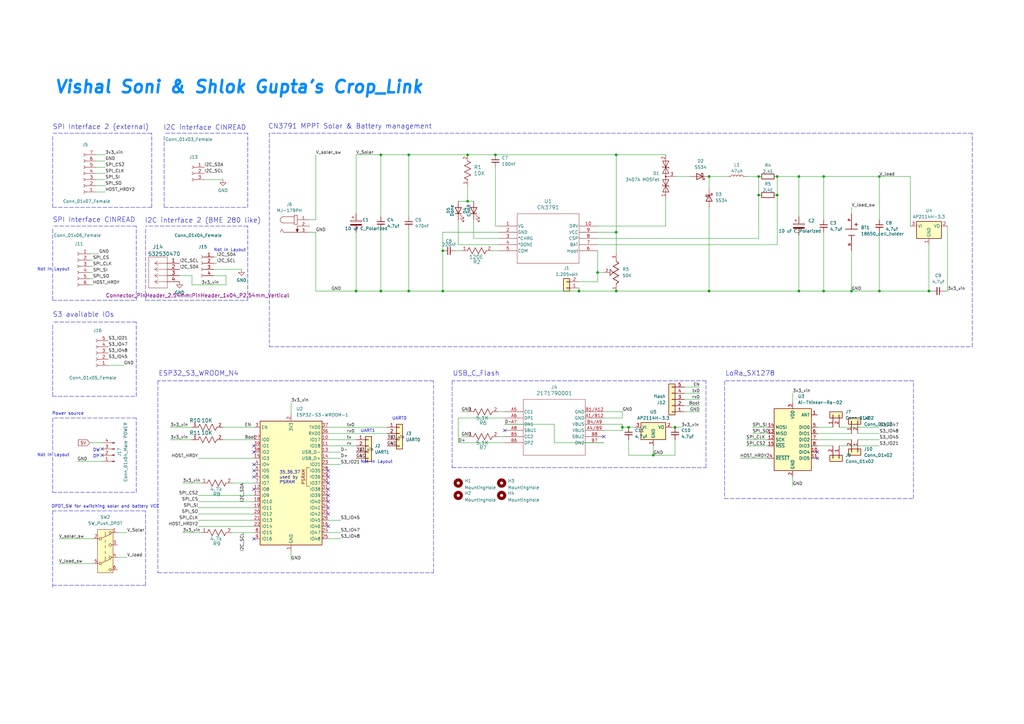
<source format=kicad_sch>
(kicad_sch (version 20250114) (generator "eeschema") (generator_version "9.0")
  (paper "A3")
  (title_block (title "Crop Link") (date "2025-11-14") (company "Replica ") (comment 1 "Ver1.2"))
  (text "UART0\n\n" (at 163.83 172.72 0) (effects (font (size 1.27 1.27))))
  (text "ESP32_S3_WROOM_N4" (at 65.024 154.432 0) (effects (font (size 2 2)) (justify left bottom)))
  (text "USB_C_Flash" (at 185.674 154.432 0) (effects (font (size 2 2)) (justify left bottom)))
  (text "35,36,37\nused by\nPSRAM" (at 114.554 198.628 0) (effects (font (size 1.27 1.27)) (justify left bottom)))
  (text "Not In Layout " (at 22.352 110.49 0) (effects (font (size 1.27 1.27))))
  (text "DP" (at 38.1 187.96 0) (effects (font (size 1.27 1.27)) (justify left bottom)))
  (text "S3 available IOs" (at 21.59 130.302 0) (effects (font (size 2 2)) (justify left bottom)))
  (text "Power source" (at 21.336 170.434 0) (effects (font (size 1.27 1.27)) (justify left bottom)))
  (text "SPI Interface CINREAD" (at 21.59 91.44 0) (effects (font (size 2 2)) (justify left bottom)))
  (text "Vishal Soni & Shlok Gupta's Crop_Link" (at 98.044 35.814 0) (effects (font (size 5.08 5.08) (thickness 1.016) (bold yes) (italic yes))))
  (text "Not In Layout " (at 94.742 102.616 0) (effects (font (size 1.27 1.27))))
  (text "CN3791 MPPT Solar & Battery management\n" (at 109.982 53.086 0) (effects (font (size 2 2)) (justify left bottom)))
  (text "Not In Layout " (at 154.94 189.484 0) (effects (font (size 1.27 1.27))))
  (text "DW" (at 38.1 185.42 0) (effects (font (size 1.27 1.27)) (justify left bottom)))
  (text "UART1\n" (at 150.876 176.784 0) (effects (font (size 1.27 1.27))))
  (text "SPI Interface 2 (external)" (at 21.59 53.34 0) (effects (font (size 2 2)) (justify left bottom)))
  (text "DPDT_SW for switching solar and battery VCC \n" (at 21.082 208.534 0) (effects (font (size 1.27 1.27)) (justify left bottom)))
  (text "I2C interface 2 (BME 280 like)" (at 59.436 91.694 0) (effects (font (size 2 2)) (justify left bottom)))
  (text "Not In Layout " (at 22.352 186.69 0) (effects (font (size 1.27 1.27))))
  (text "LoRa_SX1278\n" (at 297.434 154.432 0) (effects (font (size 2 2)) (justify left bottom)))
  (text "I2C interface CINREAD" (at 67.056 53.594 0) (effects (font (size 2 2)) (justify left bottom)))
  (junction (at 156.21 63.5))
  (junction (at 167.64 63.5))
  (junction (at 318.77 80.01))
  (junction (at 237.49 119.38))
  (junction (at 257.81 175.26))
  (junction (at 349.25 119.38))
  (junction (at 311.15 80.01))
  (junction (at 156.21 119.38))
  (junction (at 290.83 72.39))
  (junction (at 252.73 63.5))
  (junction (at 381 119.38))
  (junction (at 245.11 111.76))
  (junction (at 360.68 119.38))
  (junction (at 360.68 72.39))
  (junction (at 327.66 119.38))
  (junction (at 181.61 102.87))
  (junction (at 337.82 119.38))
  (junction (at 252.73 95.25))
  (junction (at 290.83 119.38))
  (junction (at 191.77 82.55))
  (junction (at 255.27 175.26))
  (junction (at 146.05 119.38))
  (junction (at 318.77 72.39))
  (junction (at 191.77 63.5))
  (junction (at 311.15 72.39))
  (junction (at 181.61 119.38))
  (junction (at 276.86 175.26))
  (junction (at 203.2 63.5))
  (junction (at 167.64 119.38))
  (junction (at 327.66 72.39))
  (junction (at 252.73 119.38))
  (junction (at 337.82 72.39))
  (junction (at 267.97 186.69))
  (no_connect (at 134.62 203.2))
  (no_connect (at 335.28 187.96))
  (no_connect (at 104.14 182.88))
  (no_connect (at 104.14 220.98))
  (no_connect (at 134.62 210.82))
  (no_connect (at 41.91 184.15))
  (no_connect (at 134.62 198.12))
  (no_connect (at 104.14 200.66))
  (no_connect (at 134.62 215.9))
  (no_connect (at 104.14 193.04))
  (no_connect (at 134.62 195.58))
  (no_connect (at 134.62 193.04))
  (no_connect (at 335.28 185.42))
  (no_connect (at 134.62 205.74))
  (no_connect (at 41.91 186.69))
  (no_connect (at 134.62 200.66))
  (no_connect (at 104.14 185.42))
  (no_connect (at 207.01 176.53))
  (no_connect (at 104.14 195.58))
  (no_connect (at 104.14 190.5))
  (no_connect (at 134.62 208.28))
  (no_connect (at 247.65 179.07))
  (wire (pts (xy 181.61 119.38) (xy 237.49 119.38)))
  (wire (pts (xy 267.97 182.88) (xy 267.97 186.69)))
  (polyline (pts (xy 297.18 204.47) (xy 374.65 204.47)) (stroke (width 0) (type dash)))
  (wire (pts (xy 129.54 95.25) (xy 129.54 119.38)))
  (wire (pts (xy 257.81 186.69) (xy 267.97 186.69)))
  (wire (pts (xy 318.77 72.39) (xy 327.66 72.39)))
  (wire (pts (xy 73.66 113.03) (xy 78.74 113.03)))
  (wire (pts (xy 245.11 115.57) (xy 237.49 115.57)))
  (wire (pts (xy 39.37 66.04) (xy 43.18 66.04)))
  (polyline (pts (xy 21.59 133.35) (xy 21.59 162.56)) (stroke (width 0) (type dash)))
  (wire (pts (xy 245.11 97.79) (xy 311.15 97.79)))
  (wire (pts (xy 245.11 111.76) (xy 247.65 111.76)))
  (wire (pts (xy 325.12 195.58) (xy 325.12 199.39)))
  (wire (pts (xy 38.1 116.84) (xy 36.83 116.84)))
  (polyline (pts (xy 21.59 201.93) (xy 55.88 201.93)) (stroke (width 0) (type dash)))
  (wire (pts (xy 156.21 63.5) (xy 156.21 88.9)))
  (wire (pts (xy 146.05 63.5) (xy 156.21 63.5)))
  (wire (pts (xy 273.05 81.28) (xy 273.05 92.71)))
  (polyline (pts (xy 101.6 92.71) (xy 59.69 92.71)) (stroke (width 0) (type dash)))
  (wire (pts (xy 337.82 72.39) (xy 337.82 90.17)))
  (wire (pts (xy 204.47 95.25) (xy 181.61 95.25)))
  (wire (pts (xy 167.64 93.98) (xy 167.64 119.38)))
  (wire (pts (xy 255.27 173.99) (xy 255.27 175.26)))
  (wire (pts (xy 81.28 213.36) (xy 104.14 213.36)))
  (wire (pts (xy 381 100.33) (xy 381 119.38)))
  (wire (pts (xy 74.93 218.44) (xy 82.55 218.44)))
  (wire (pts (xy 327.66 119.38) (xy 337.82 119.38)))
  (wire (pts (xy 335.28 175.26) (xy 341.63 175.26)))
  (wire (pts (xy 43.18 68.58) (xy 39.37 68.58)))
  (polyline (pts (xy 55.88 132.08) (xy 21.59 132.08)) (stroke (width 0) (type dash)))
  (wire (pts (xy 306.07 180.34) (xy 314.96 180.34)))
  (wire (pts (xy 186.69 102.87) (xy 189.23 102.87)))
  (wire (pts (xy 191.77 63.5) (xy 203.2 63.5)))
  (wire (pts (xy 290.83 85.09) (xy 290.83 119.38)))
  (polyline (pts (xy 67.31 55.88) (xy 67.31 85.09)) (stroke (width 0) (type dash)))
  (wire (pts (xy 252.73 63.5) (xy 252.73 95.25)))
  (wire (pts (xy 360.68 72.39) (xy 360.68 90.17)))
  (wire (pts (xy 91.44 180.34) (xy 104.14 180.34)))
  (wire (pts (xy 335.28 180.34) (xy 349.25 180.34)))
  (wire (pts (xy 287.02 163.83) (xy 280.67 163.83)))
  (polyline (pts (xy 55.88 201.93) (xy 55.88 171.45)) (stroke (width 0) (type dash)))
  (polyline (pts (xy 59.69 93.98) (xy 59.69 123.19)) (stroke (width 0) (type dash)))
  (wire (pts (xy 78.74 113.03) (xy 78.74 116.84)))
  (wire (pts (xy 245.11 102.87) (xy 245.11 111.76)))
  (wire (pts (xy 252.73 95.25) (xy 252.73 104.14)))
  (polyline (pts (xy 21.59 93.98) (xy 21.59 123.19)) (stroke (width 0) (type dash)))
  (wire (pts (xy 134.62 185.42) (xy 139.7 185.42)))
  (wire (pts (xy 191.77 76.2) (xy 191.77 82.55)))
  (wire (pts (xy 303.53 187.96) (xy 314.96 187.96)))
  (wire (pts (xy 81.28 208.28) (xy 104.14 208.28)))
  (polyline (pts (xy 21.59 171.45) (xy 21.59 201.93)) (stroke (width 0) (type dash)))
  (polyline (pts (xy 55.88 162.56) (xy 55.88 132.08)) (stroke (width 0) (type dash)))
  (wire (pts (xy 237.49 118.11) (xy 237.49 119.38)))
  (wire (pts (xy 38.1 114.3) (xy 36.83 114.3)))
  (wire (pts (xy 290.83 119.38) (xy 327.66 119.38)))
  (wire (pts (xy 287.02 168.91) (xy 280.67 168.91)))
  (wire (pts (xy 349.25 102.87) (xy 349.25 119.38)))
  (wire (pts (xy 119.38 226.06) (xy 119.38 229.87)))
  (wire (pts (xy 74.93 198.12) (xy 82.55 198.12)))
  (wire (pts (xy 360.68 95.25) (xy 360.68 119.38)))
  (wire (pts (xy 335.28 177.8) (xy 349.25 177.8)))
  (polyline (pts (xy 21.59 240.03) (xy 59.69 240.03)) (stroke (width 0) (type dash)))
  (wire (pts (xy 38.1 106.68) (xy 36.83 106.68)))
  (wire (pts (xy 387.35 119.38) (xy 388.62 119.38)))
  (wire (pts (xy 257.81 180.34) (xy 257.81 186.69)))
  (wire (pts (xy 204.47 92.71) (xy 203.2 92.71)))
  (wire (pts (xy 308.61 177.8) (xy 314.96 177.8)))
  (wire (pts (xy 311.15 97.79) (xy 311.15 80.01)))
  (polyline (pts (xy 297.18 156.21) (xy 297.18 204.47)) (stroke (width 0) (type dash)))
  (wire (pts (xy 187.96 171.45) (xy 187.96 181.61)))
  (polyline (pts (xy 398.78 142.24) (xy 398.78 54.61)) (stroke (width 0) (type dash)))
  (wire (pts (xy 287.02 166.37) (xy 280.67 166.37)))
  (wire (pts (xy 81.28 205.74) (xy 104.14 205.74)))
  (wire (pts (xy 344.17 175.26) (xy 360.68 175.26)))
  (wire (pts (xy 360.68 119.38) (xy 349.25 119.38)))
  (wire (pts (xy 187.96 90.17) (xy 187.96 100.33)))
  (wire (pts (xy 189.23 168.91) (xy 191.77 168.91)))
  (wire (pts (xy 134.62 190.5) (xy 139.7 190.5)))
  (wire (pts (xy 134.62 175.26) (xy 158.75 175.26)))
  (wire (pts (xy 69.85 175.26) (xy 78.74 175.26)))
  (wire (pts (xy 275.59 175.26) (xy 276.86 175.26)))
  (wire (pts (xy 337.82 72.39) (xy 360.68 72.39)))
  (wire (pts (xy 237.49 119.38) (xy 252.73 119.38)))
  (wire (pts (xy 245.11 111.76) (xy 245.11 115.57)))
  (polyline (pts (xy 21.59 209.55) (xy 21.59 241.3)) (stroke (width 0) (type dash)))
  (wire (pts (xy 255.27 175.26) (xy 257.81 175.26)))
  (wire (pts (xy 87.63 105.41) (xy 88.9 105.41)))
  (wire (pts (xy 287.02 158.75) (xy 280.67 158.75)))
  (wire (pts (xy 381 119.38) (xy 360.68 119.38)))
  (wire (pts (xy 204.47 168.91) (xy 207.01 168.91)))
  (polyline (pts (xy 67.31 85.09) (xy 101.6 85.09)) (stroke (width 0) (type dash)))
  (wire (pts (xy 181.61 95.25) (xy 181.61 102.87)))
  (wire (pts (xy 276.86 72.39) (xy 283.21 72.39)))
  (wire (pts (xy 257.81 175.26) (xy 260.35 175.26)))
  (wire (pts (xy 78.74 116.84) (xy 92.71 116.84)))
  (wire (pts (xy 388.62 92.71) (xy 388.62 119.38)))
  (wire (pts (xy 187.96 82.55) (xy 191.77 82.55)))
  (wire (pts (xy 36.83 104.14) (xy 40.64 104.14)))
  (wire (pts (xy 335.28 182.88) (xy 341.63 182.88)))
  (wire (pts (xy 88.9 107.95) (xy 87.63 107.95)))
  (polyline (pts (xy 59.69 209.55) (xy 21.59 209.55)) (stroke (width 0) (type dash)))
  (wire (pts (xy 48.26 218.44) (xy 52.07 218.44)))
  (polyline (pts (xy 101.6 54.61) (xy 67.31 54.61)) (stroke (width 0) (type dash)))
  (polyline (pts (xy 289.56 191.77) (xy 289.56 156.21)) (stroke (width 0) (type dash)))
  (polyline (pts (xy 21.59 123.19) (xy 55.88 123.19)) (stroke (width 0) (type dash)))
  (wire (pts (xy 127 90.17) (xy 129.54 90.17)))
  (wire (pts (xy 167.64 88.9) (xy 167.64 63.5)))
  (polyline (pts (xy 398.78 54.61) (xy 110.49 54.61)) (stroke (width 0) (type dash)))
  (wire (pts (xy 290.83 72.39) (xy 298.45 72.39)))
  (wire (pts (xy 252.73 119.38) (xy 290.83 119.38)))
  (wire (pts (xy 194.31 97.79) (xy 204.47 97.79)))
  (wire (pts (xy 349.25 85.09) (xy 349.25 87.63)))
  (wire (pts (xy 181.61 102.87) (xy 181.61 119.38)))
  (wire (pts (xy 36.83 181.61) (xy 41.91 181.61)))
  (wire (pts (xy 81.28 203.2) (xy 104.14 203.2)))
  (wire (pts (xy 276.86 186.69) (xy 276.86 180.34)))
  (wire (pts (xy 92.71 116.84) (xy 92.71 113.03)))
  (polyline (pts (xy 101.6 123.19) (xy 101.6 92.71)) (stroke (width 0) (type dash)))
  (polyline (pts (xy 374.65 204.47) (xy 374.65 156.21)) (stroke (width 0) (type dash)))
  (wire (pts (xy 207.01 173.99) (xy 227.33 173.99)))
  (wire (pts (xy 127 95.25) (xy 129.54 95.25)))
  (polyline (pts (xy 185.42 156.21) (xy 185.42 191.77)) (stroke (width 0) (type dash)))
  (wire (pts (xy 373.38 92.71) (xy 373.38 72.39)))
  (wire (pts (xy 203.2 68.58) (xy 203.2 92.71)))
  (wire (pts (xy 344.17 182.88) (xy 360.68 182.88)))
  (wire (pts (xy 204.47 179.07) (xy 207.01 179.07)))
  (wire (pts (xy 146.05 119.38) (xy 156.21 119.38)))
  (wire (pts (xy 187.96 181.61) (xy 207.01 181.61)))
  (wire (pts (xy 146.05 63.5) (xy 146.05 87.63)))
  (wire (pts (xy 134.62 187.96) (xy 139.7 187.96)))
  (wire (pts (xy 201.93 102.87) (xy 204.47 102.87)))
  (wire (pts (xy 87.63 110.49) (xy 99.06 110.49)))
  (polyline (pts (xy 62.23 54.61) (xy 21.59 54.61)) (stroke (width 0) (type dash)))
  (wire (pts (xy 327.66 72.39) (xy 337.82 72.39)))
  (wire (pts (xy 337.82 119.38) (xy 349.25 119.38)))
  (wire (pts (xy 24.13 231.14) (xy 38.1 231.14)))
  (wire (pts (xy 327.66 96.52) (xy 327.66 119.38)))
  (wire (pts (xy 95.25 218.44) (xy 104.14 218.44)))
  (polyline (pts (xy 101.6 85.09) (xy 101.6 54.61)) (stroke (width 0) (type dash)))
  (wire (pts (xy 318.77 72.39) (xy 318.77 80.01)))
  (wire (pts (xy 156.21 119.38) (xy 167.64 119.38)))
  (polyline (pts (xy 21.59 55.88) (xy 21.59 85.09)) (stroke (width 0) (type dash)))
  (wire (pts (xy 191.77 82.55) (xy 194.31 82.55)))
  (wire (pts (xy 129.54 90.17) (xy 129.54 63.5)))
  (wire (pts (xy 318.77 100.33) (xy 318.77 80.01)))
  (wire (pts (xy 308.61 175.26) (xy 314.96 175.26)))
  (wire (pts (xy 48.26 228.6) (xy 52.07 228.6)))
  (wire (pts (xy 167.64 119.38) (xy 181.61 119.38)))
  (wire (pts (xy 50.8 149.86) (xy 44.45 149.86)))
  (wire (pts (xy 134.62 218.44) (xy 139.7 218.44)))
  (wire (pts (xy 247.65 173.99) (xy 255.27 173.99)))
  (wire (pts (xy 252.73 63.5) (xy 273.05 63.5)))
  (wire (pts (xy 247.65 176.53) (xy 255.27 176.53)))
  (wire (pts (xy 255.27 168.91) (xy 255.27 171.45)))
  (polyline (pts (xy 289.56 156.21) (xy 185.42 156.21)) (stroke (width 0) (type dash)))
  (polyline (pts (xy 62.23 85.09) (xy 62.23 54.61)) (stroke (width 0) (type dash)))
  (wire (pts (xy 156.21 93.98) (xy 156.21 119.38)))
  (wire (pts (xy 245.11 92.71) (xy 273.05 92.71)))
  (wire (pts (xy 187.96 100.33) (xy 204.47 100.33)))
  (wire (pts (xy 134.62 177.8) (xy 158.75 177.8)))
  (wire (pts (xy 69.85 180.34) (xy 78.74 180.34)))
  (wire (pts (xy 373.38 72.39) (xy 360.68 72.39)))
  (wire (pts (xy 381 119.38) (xy 382.27 119.38)))
  (wire (pts (xy 207.01 171.45) (xy 187.96 171.45)))
  (wire (pts (xy 24.13 220.98) (xy 38.1 220.98)))
  (polyline (pts (xy 110.49 54.61) (xy 110.49 142.24)) (stroke (width 0) (type dash)))
  (wire (pts (xy 43.18 76.2) (xy 39.37 76.2)))
  (wire (pts (xy 134.62 180.34) (xy 146.05 180.34)))
  (polyline (pts (xy 21.59 85.09) (xy 62.23 85.09)) (stroke (width 0) (type dash)))
  (wire (pts (xy 134.62 220.98) (xy 139.7 220.98)))
  (wire (pts (xy 31.75 189.23) (xy 41.91 189.23)))
  (wire (pts (xy 38.1 109.22) (xy 36.83 109.22)))
  (wire (pts (xy 134.62 213.36) (xy 139.7 213.36)))
  (polyline (pts (xy 110.49 142.24) (xy 398.78 142.24)) (stroke (width 0) (type dash)))
  (wire (pts (xy 91.44 175.26) (xy 104.14 175.26)))
  (wire (pts (xy 227.33 181.61) (xy 247.65 181.61)))
  (wire (pts (xy 43.18 78.74) (xy 39.37 78.74)))
  (wire (pts (xy 119.38 165.1) (xy 119.38 170.18)))
  (polyline (pts (xy 185.42 191.77) (xy 289.56 191.77)) (stroke (width 0) (type dash)))
  (wire (pts (xy 81.28 210.82) (xy 104.14 210.82)))
  (wire (pts (xy 247.65 171.45) (xy 255.27 171.45)))
  (polyline (pts (xy 55.88 171.45) (xy 21.59 171.45)) (stroke (width 0) (type dash)))
  (wire (pts (xy 83.82 73.66) (xy 91.44 73.66)))
  (wire (pts (xy 267.97 186.69) (xy 276.86 186.69)))
  (wire (pts (xy 290.83 72.39) (xy 290.83 77.47)))
  (wire (pts (xy 39.37 63.5) (xy 43.18 63.5)))
  (wire (pts (xy 306.07 182.88) (xy 314.96 182.88)))
  (polyline (pts (xy 21.59 162.56) (xy 55.88 162.56)) (stroke (width 0) (type dash)))
  (wire (pts (xy 146.05 95.25) (xy 146.05 119.38)))
  (wire (pts (xy 351.79 177.8) (xy 360.68 177.8)))
  (wire (pts (xy 38.1 111.76) (xy 36.83 111.76)))
  (wire (pts (xy 255.27 175.26) (xy 255.27 176.53)))
  (wire (pts (xy 227.33 173.99) (xy 227.33 181.61)))
  (wire (pts (xy 167.64 63.5) (xy 191.77 63.5)))
  (wire (pts (xy 311.15 72.39) (xy 311.15 80.01)))
  (wire (pts (xy 203.2 63.5) (xy 252.73 63.5)))
  (polyline (pts (xy 64.77 234.95) (xy 177.8 234.95)) (stroke (width 0) (type dash)))
  (polyline (pts (xy 177.8 156.21) (xy 64.77 156.21)) (stroke (width 0) (type dash)))
  (wire (pts (xy 325.12 161.29) (xy 325.12 165.1)))
  (wire (pts (xy 287.02 161.29) (xy 280.67 161.29)))
  (wire (pts (xy 245.11 100.33) (xy 318.77 100.33)))
  (wire (pts (xy 43.18 71.12) (xy 39.37 71.12)))
  (wire (pts (xy 247.65 168.91) (xy 255.27 168.91)))
  (polyline (pts (xy 55.88 92.71) (xy 21.59 92.71)) (stroke (width 0) (type dash)))
  (wire (pts (xy 327.66 72.39) (xy 327.66 88.9)))
  (polyline (pts (xy 59.69 240.03) (xy 59.69 209.55)) (stroke (width 0) (type dash)))
  (polyline (pts (xy 64.77 156.21) (xy 64.77 234.95)) (stroke (width 0) (type dash)))
  (polyline (pts (xy 55.88 123.19) (xy 55.88 92.71)) (stroke (width 0) (type dash)))
  (polyline (pts (xy 59.69 123.19) (xy 101.6 123.19)) (stroke (width 0) (type dash)))
  (wire (pts (xy 81.28 215.9) (xy 104.14 215.9)))
  (wire (pts (xy 134.62 182.88) (xy 146.05 182.88)))
  (wire (pts (xy 194.31 90.17) (xy 194.31 97.79)))
  (wire (pts (xy 189.23 179.07) (xy 191.77 179.07)))
  (wire (pts (xy 95.25 198.12) (xy 104.14 198.12)))
  (wire (pts (xy 156.21 63.5) (xy 167.64 63.5)))
  (wire (pts (xy 245.11 95.25) (xy 252.73 95.25)))
  (wire (pts (xy 129.54 119.38) (xy 146.05 119.38)))
  (wire (pts (xy 306.07 72.39) (xy 311.15 72.39)))
  (wire (pts (xy 81.28 187.96) (xy 104.14 187.96)))
  (wire (pts (xy 337.82 95.25) (xy 337.82 119.38)))
  (wire (pts (xy 351.79 180.34) (xy 360.68 180.34)))
  (polyline (pts (xy 177.8 234.95) (xy 177.8 156.21)) (stroke (width 0) (type dash)))
  (wire (pts (xy 276.86 175.26) (xy 279.4 175.26)))
  (wire (pts (xy 92.71 113.03) (xy 87.63 113.03)))
  (wire (pts (xy 43.18 73.66) (xy 39.37 73.66)))
  (polyline (pts (xy 374.65 156.21) (xy 297.18 156.21)) (stroke (width 0) (type dash)))
  (label "EN" (at 100.33 175.26 0))
  (label "V_load" (at 360.68 72.39 0))
  (label "S3_IO47" (at 139.7 218.44 0))
  (label "S3_IO45" (at 139.7 213.36 0))
  (label "Boot" (at 287.02 166.37 180))
  (label "GND" (at 158.75 182.88 0))
  (label "V_solar_sw" (at 129.54 63.5 0))
  (label "3v3_vin" (at 388.62 119.38 0))
  (label "3v3_vin" (at 74.93 218.44 0))
  (label "SPI_SI" (at 38.1 111.76 0))
  (label "S3_IO21" (at 139.7 190.5 0))
  (label "3v3_vin" (at 158.75 180.34 0))
  (label "3v3_vin" (at 43.18 63.5 0))
  (label "rx" (at 142.24 182.88 0))
  (label "I2C_SDA" (at 83.82 68.58 0))
  (label "tx0" (at 142.24 175.26 0))
  (label "SPI_SO" (at 43.18 76.2 0))
  (label "SPI_CLK" (at 38.1 109.22 0))
  (label "GND" (at 325.12 199.39 0))
  (label "tx0" (at 287.02 161.29 180))
  (label "S3_IO48" (at 139.7 220.98 0))
  (label "SPI_SO" (at 38.1 114.3 0))
  (label "3v3_vin" (at 82.55 116.84 0))
  (label "GND" (at 189.23 168.91 0))
  (label "3v3_vin" (at 279.4 175.26 0))
  (label "SPI_CS" (at 38.1 106.68 0))
  (label "" (at 146.05 101.6 0))
  (label "S3_IO21" (at 44.45 139.7 0))
  (label "HOST_HRDY" (at 81.28 187.96 180))
  (label "GND" (at 287.02 168.91 180))
  (label "D+" (at 187.96 181.61 0))
  (label "S3_IO45" (at 44.45 147.32 0))
  (label "I2C_SDA" (at 88.9 105.41 0))
  (label "SPI_CLK" (at 81.28 213.36 180))
  (label "V_load" (at 52.07 228.6 0))
  (label "V_load_sw" (at 349.25 85.09 0))
  (label "SPI_CS" (at 81.28 205.74 180))
  (label "SPI_SI" (at 43.18 73.66 0))
  (label "rx0" (at 142.24 177.8 0))
  (label "S3_IO45" (at 360.68 180.34 0))
  (label "S3_IO47" (at 360.68 175.26 0))
  (label "3v3_vin" (at 119.38 165.1 0))
  (label "3v3_vin" (at 69.85 180.34 0))
  (label "GND" (at 135.89 119.38 0))
  (label "3v3_vin" (at 146.05 185.42 0))
  (label "D-" (at 207.01 173.99 0))
  (label "SPI_SO" (at 308.61 177.8 0))
  (label "EN" (at 287.02 158.75 180))
  (label "SPI_CS2" (at 306.07 182.88 0))
  (label "V_Solar" (at 146.05 63.5 0))
  (label "SPI_SO" (at 81.28 210.82 180))
  (label "D-" (at 139.7 185.42 0))
  (label "GND" (at 267.97 186.69 0))
  (label "I2C_SCL" (at 88.9 107.95 0))
  (label "GND" (at 146.05 187.96 0))
  (label "HOST_HRDY" (at 38.1 116.84 0))
  (label "GND" (at 129.54 95.25 0))
  (label "S3_IO48" (at 360.68 177.8 0))
  (label "GND" (at 43.18 66.04 0))
  (label "GND" (at 40.64 104.14 0))
  (label "S3_IO21" (at 360.68 182.88 0))
  (label "I2C_SCL" (at 100.33 218.44 270))
  (label "rx0" (at 287.02 163.83 180))
  (label "SPI_CS2" (at 81.28 203.2 180))
  (label "SPI_SI" (at 308.61 175.26 0))
  (label "GND" (at 255.27 168.91 0))
  (label "GND" (at 119.38 229.87 0))
  (label "3v3_vin" (at 325.12 161.29 0))
  (label "V_Solar" (at 52.07 218.44 0))
  (label "3v3_vin" (at 69.85 175.26 0))
  (label "S3_IO48" (at 44.45 144.78 0))
  (label "GND" (at 349.25 119.38 0))
  (label "SPI_CLK" (at 43.18 71.12 0))
  (label "GND" (at 189.23 179.07 0))
  (label "HOST_HRDY2" (at 81.28 215.9 180))
  (label "" (at 349.25 72.39 0))
  (label "GND" (at 50.8 149.86 0))
  (label "V_load_sw" (at 24.13 231.14 0))
  (label "3v3_vin" (at 74.93 198.12 0))
  (label "I2C_SCL" (at 73.66 107.95 0))
  (label "S3_IO47" (at 44.45 142.24 0))
  (label "I2C_SDA" (at 73.66 110.49 0))
  (label "I2C_SDA" (at 100.33 198.12 270))
  (label "Boot" (at 100.33 180.34 0))
  (label "GND" (at 31.75 189.23 0))
  (label "SPI_CS2" (at 43.18 68.58 0))
  (label "D+" (at 139.7 187.96 0))
  (label "HOST_HRDY2" (at 43.18 78.74 0))
  (label "SPI_CLK" (at 306.07 180.34 0))
  (label "SPI_SI" (at 81.28 208.28 180))
  (label "I2C_SCL" (at 83.82 71.12 0))
  (label "V_solar_sw" (at 24.13 220.98 0))
  (label "HOST_HRDY2" (at 303.53 187.96 0))
  (label "tx" (at 142.24 180.34 0))
  (global_label "5V" (shape input) (at 36.83 181.61 180) (property "Intersheetrefs" "${INTERSHEET_REFS}" (effects (hide yes))))
  (symbol (lib_id "Device:C_Small") (at 337.82 92.71 0) (unit 1)
    (property "Reference" "C3" (at 340.36 91.4462 0) (effects (justify left)))
    (property "Value" "4.7uf" (at 340.36 93.9862 0) (effects (justify left)))
    (property "Footprint" "Capacitor_SMD:C_0603_1608Metric" (effects (hide yes)))
    (property "Description" "Unpolarized capacitor, small symbol" (effects (hide yes)))
  )
  (symbol (lib_id "cn3763:CN3763") (at 204.47 92.71 0) (unit 1)
    (property "Reference" "U1" (at 224.79 82.55 0) (effects (font (size 1.524 1.524))))
    (property "Value" "CN3791" (at 224.79 85.09 0) (effects (font (size 1.524 1.524))))
    (property "Footprint" "LoRa_Link:cn3763A" (effects (hide yes)))
    (property "Datasheet" "CN3763" (effects (hide yes)))
  )
  (symbol (lib_id "R_0603:ERJPA3F1803V") (at 191.77 168.91 0) (unit 1)
    (property "Reference" "R6" (at 198.12 173.482 0) (effects (font (size 1.524 1.524))))
    (property "Value" "5.1K" (at 197.866 171.45 0) (effects (font (size 1.524 1.524))))
    (property "Footprint" "Resistor_SMD:R_0603_1608Metric_Pad0.98x0.95mm_HandSolder" (effects (hide yes)))
    (property "Datasheet" "ERJPA3F1803V" (effects (hide yes)))
  )
  (symbol (lib_id "Device:C_Small") (at 184.15 102.87 90) (unit 1)
    (property "Reference" "C6" (at 184.15 98.806 90))
    (property "Value" "220nf" (at 184.15 100.33 90))
    (property "Footprint" "Capacitor_SMD:C_0603_1608Metric" (effects (hide yes)))
    (property "Description" "Unpolarized capacitor, small symbol" (effects (hide yes)))
  )
  (symbol (lib_id "R_0603:ERJPA3F1803V") (at 191.77 76.2 90) (unit 1)
    (property "Reference" "R1" (at 194.31 68.5799 90) (effects (font (size 1.524 1.524)) (justify right)))
    (property "Value" "10K" (at 194.31 71.1199 90) (effects (font (size 1.524 1.524)) (justify right)))
    (property "Footprint" "Resistor_SMD:R_0603_1608Metric_Pad0.98x0.95mm_HandSolder" (effects (hide yes)))
    (property "Datasheet" "ERJPA3F1803V" (effects (hide yes)))
  )
  (symbol (lib_id "Device:C_Polarized") (at 327.66 92.71 0) (unit 1)
    (property "Reference" "C2" (at 331.47 90.5509 0) (effects (justify left)))
    (property "Value" "10 uf C_Polarized" (at 319.278 94.742 0) (effects (justify left)))
    (property "Footprint" "Capacitor_SMD:CP_Elec_4x5.4" (effects (hide yes)))
    (property "Description" "Polarized capacitor" (effects (hide yes)))
  )
  (symbol (lib_id "Device:C_Small") (at 257.81 177.8 0) (unit 1)
    (property "Reference" "C11" (at 260.35 176.5362 0) (effects (justify left)))
    (property "Value" "4.7uf" (at 260.35 179.0762 0) (effects (justify left)))
    (property "Footprint" "Capacitor_SMD:C_0603_1608Metric" (effects (hide yes)))
    (property "Description" "Unpolarized capacitor, small symbol" (effects (hide yes)))
  )
  (symbol (lib_id "Connector:Conn_01x03_Female") (at 78.74 71.12 0) (mirror y) (unit 1)
    (property "Reference" "J13" (at 79.375 64.423 0))
    (property "Value" "Conn_01x03_Female" (at 77.47 57.15 0))
    (property "Footprint" "Connector_PinHeader_2.54mm:PinHeader_1x03_P2.54mm_Vertical" (effects (hide yes)))
  )
  (symbol (lib_id "Diode:SS34") (at 290.83 81.28 270) (unit 1)
    (property "Reference" "D3" (at 293.37 79.6924 90) (effects (justify left)))
    (property "Value" "SS34" (at 293.37 82.2324 90) (effects (justify left)))
    (property "Footprint" "Diode_SMD:D_SMA" (effects (hide yes)))
    (property "Datasheet" "https://www.vishay.com/docs/88751/ss32.pdf" (effects (hide yes)))
    (property "Description" "40V 3A Schottky Diode, SMA" (effects (hide yes)))
  )
  (symbol (lib_id "R_0603:ERJPA3F1803V") (at 82.55 218.44 0) (unit 1)
    (property "Reference" "R9" (at 88.9 223.012 0) (effects (font (size 1.524 1.524))))
    (property "Value" "4.7k" (at 88.646 220.98 0) (effects (font (size 1.524 1.524))))
    (property "Footprint" "Resistor_SMD:R_0603_1608Metric_Pad0.98x0.95mm_HandSolder" (effects (hide yes)))
    (property "Datasheet" "ERJPA3F1803V" (effects (hide yes)))
  )
  (symbol (lib_id "power:GND") (at 73.66 115.57 0) (unit 1)
    (property "Reference" "#PWR0107" (effects (hide yes)))
    (property "Value" "GND" (at 73.66 120.0134 0))
  )
  (symbol (lib_id "Device:R") (at 314.96 72.39 90) (unit 1)
    (property "Reference" "R4" (at 314.96 67.818 90))
    (property "Value" "2.4E" (at 314.96 70.358 90))
    (property "Footprint" "Resistor_THT:R_Axial_DIN0204_L3.6mm_D1.6mm_P5.08mm_Horizontal" (effects (hide yes)))
    (property "Description" "Resistor" (effects (hide yes)))
  )
  (symbol (lib_id "Mechanical:MountingHole") (at 187.96 203.2 0) (unit 1)
    (property "Reference" "H2" (at 190.5 202.2915 0) (effects (justify left)))
    (property "Value" "MountingHole" (at 190.5 205.0666 0) (effects (justify left)))
    (property "Footprint" "MountingHole:MountingHole_2.5mm" (effects (hide yes)))
  )
  (symbol (lib_id "power:GND") (at 91.44 73.66 0) (unit 1)
    (property "Reference" "#PWR023" (effects (hide yes)))
    (property "Value" "GND" (at 91.44 78.1034 0))
  )
  (symbol (lib_id "Connector_Generic:Conn_01x02") (at 232.41 118.11 180) (unit 1)
    (property "Reference" "J1" (at 232.41 109.982 0))
    (property "Value" "1.205volt" (at 232.41 112.522 0))
    (property "Footprint" "Connector_PinHeader_2.54mm:PinHeader_1x02_P2.54mm_Vertical" (effects (hide yes)))
    (property "Description" "Generic connector, single row, 01x02, script generated (kicad-library-utils/schlib/autogen/connector/)" (effects (hide yes)))
  )
  (symbol (lib_id "Connector_Generic:Conn_01x04") (at 151.13 182.88 0) (unit 1)
    (property "Reference" "J2" (at 153.67 182.8799 0) (effects (justify left)))
    (property "Value" "UART1" (at 153.67 185.4199 0) (effects (justify left)))
    (property "Footprint" "Connector_PinHeader_2.54mm:PinHeader_1x04_P2.54mm_Vertical" (effects (hide yes)))
    (property "Description" "Generic connector, single row, 01x04, script generated (kicad-library-utils/schlib/autogen/connector/)" (effects (hide yes)))
  )
  (symbol (lib_id "R_0603:ERJPA3F1803V") (at 78.74 175.26 0) (unit 1)
    (property "Reference" "R10" (at 80.01 172.466 0) (effects (font (size 1.524 1.524))))
    (property "Value" "10K" (at 84.836 172.466 0) (effects (font (size 1.524 1.524))))
    (property "Footprint" "Resistor_SMD:R_0603_1608Metric_Pad0.98x0.95mm_HandSolder" (effects (hide yes)))
    (property "Datasheet" "ERJPA3F1803V" (effects (hide yes)))
  )
  (symbol (lib_id "Device:C_Small") (at 167.64 91.44 0) (unit 1)
    (property "Reference" "C5" (at 170.18 90.1762 0) (effects (justify left)))
    (property "Value" "470nf" (at 170.18 92.7162 0) (effects (justify left)))
    (property "Footprint" "Capacitor_SMD:C_0603_1608Metric" (effects (hide yes)))
    (property "Description" "Unpolarized capacitor, small symbol" (effects (hide yes)))
  )
  (symbol (lib_id "Connector_Generic:Conn_01x04") (at 163.83 177.8 0) (unit 1)
    (property "Reference" "J3" (at 166.37 177.7999 0) (effects (justify left)))
    (property "Value" "UART0" (at 166.37 180.3399 0) (effects (justify left)))
    (property "Footprint" "Connector_PinHeader_2.54mm:PinHeader_1x04_P2.54mm_Vertical" (effects (hide yes)))
    (property "Description" "Generic connector, single row, 01x04, script generated (kicad-library-utils/schlib/autogen/connector/)" (effects (hide yes)))
  )
  (symbol (lib_id "Device:LED") (at 194.31 86.36 90) (unit 1)
    (property "Reference" "D4" (at 190.754 86.36 0))
    (property "Value" "CHAR" (at 192.278 86.36 0))
    (property "Footprint" "LED_SMD:LED_0603_1608Metric_Pad1.05x0.95mm_HandSolder" (effects (hide yes)))
    (property "Description" "Light emitting diode" (effects (hide yes)))
    (property "Sim.Pins" "1=K 2=A" (effects (hide yes)))
  )
  (symbol (lib_id "USB_C_Type:2171790001") (at 207.01 168.91 0) (unit 1)
    (property "Reference" "J4" (at 227.33 158.75 0) (effects (font (size 1.524 1.524))))
    (property "Value" "2171790001" (at 227.33 161.29 0) (effects (font (size 1.524 1.524))))
    (property "Footprint" "Connector_USB:USB_C_Receptacle_GCT_USB4105-xx-A_16P_TopMnt_Horizontal" (effects (hide yes)))
    (property "Datasheet" "https://www.molex.com/en-us/products/part-detail-pdf/2171790001?display=pdf" (effects (hide yes)))
  )
  (symbol (lib_id "Connector:Conn_01x06_Female") (at 31.75 109.22 0) (mirror y) (unit 1)
    (property "Reference" "J11" (at 32.385 99.983 0))
    (property "Value" "Conn_01x06_Female" (at 31.75 96.52 0))
    (property "Footprint" "Connector_PinHeader_2.54mm:PinHeader_1x06_P2.54mm_Vertical" (effects (hide yes)))
  )
  (symbol (lib_id "Mechanical:MountingHole") (at 205.74 198.12 0) (unit 1)
    (property "Reference" "H3" (at 208.28 197.2115 0) (effects (justify left)))
    (property "Value" "MountingHole" (at 208.28 199.9866 0) (effects (justify left)))
    (property "Footprint" "MountingHole:MountingHole_2.5mm" (effects (hide yes)))
  )
  (symbol (lib_id "Diode:SM712_SOT23") (at 273.05 72.39 90) (unit 1)
    (property "Reference" "D1" (at 270.51 71.1199 90) (effects (justify left)))
    (property "Value" "3407A MOSFet" (at 270.51 73.6599 90) (effects (justify left)))
    (property "Footprint" "Package_TO_SOT_SMD:SOT-23" (effects (hide yes)))
    (property "Datasheet" "https://www.littelfuse.com/~/media/electronics/datasheets/tvs_diode_arrays/littelfuse_tvs_diode_array_sm712_datasheet.pdf.pdf" (effects (hide yes)))
    (property "Description" "7V/12V, 600W Asymmetrical TVS Diode Array, SOT-23" (effects (hide yes)))
  )
  (symbol (lib_id "Connector_Generic:Conn_01x02") (at 344.17 187.96 270) (unit 1)
    (property "Reference" "J8" (at 346.71 186.6899 90) (effects (justify left)))
    (property "Value" "Conn_01x02" (at 346.71 189.2299 90) (effects (justify left)))
    (property "Footprint" "Capacitor_SMD:C_0201_0603Metric" (effects (hide yes)))
    (property "Description" "Generic connector, single row, 01x02, script generated (kicad-library-utils/schlib/autogen/connector/)" (effects (hide yes)))
  )
  (symbol (lib_id "Switch:SW_Push_DPDT") (at 43.18 226.06 0) (unit 1)
    (property "Reference" "SW2" (at 43.18 212.09 0))
    (property "Value" "SW_Push_DPDT" (at 43.18 214.63 0))
    (property "Footprint" "Button_Switch_THT:DPDT_switch_angled" (effects (hide yes)))
    (property "Description" "Momentary Switch, dual pole double throw" (effects (hide yes)))
  )
  (symbol (lib_id "MOLEX-I2C-532530470:532530470") (at 73.66 107.95 0) (mirror y) (unit 1)
    (property "Reference" "J14" (at 64.77 101.2624 0) (effects (font (size 1.524 1.524))))
    (property "Value" "532530470" (at 67.31 104.14 0) (effects (font (size 1.524 1.524))))
    (property "Footprint" "Connector_PinHeader_2.54mm:PinHeader_1x04_P2.54mm_Vertical" (at 81.026 121.158 0) (effects (font (size 1.524 1.524))))
  )
  (symbol (lib_id "Device:C_Small") (at 156.21 91.44 0) (unit 1)
    (property "Reference" "C4" (at 158.75 90.1762 0) (effects (justify left)))
    (property "Value" "4.7uf" (at 158.75 92.7162 0) (effects (justify left)))
    (property "Footprint" "Capacitor_SMD:C_0603_1608Metric" (effects (hide yes)))
    (property "Description" "Unpolarized capacitor, small symbol" (effects (hide yes)))
  )
  (symbol (lib_id "18650_cell_holder:1042P") (at 349.25 95.25 270) (unit 1)
    (property "Reference" "BT1" (at 353.06 93.3449 90) (effects (justify left)))
    (property "Value" "18650_cell_holder" (at 353.06 95.8849 90) (effects (justify left)))
    (property "Footprint" "LoRa_Link:18650_cell_holder" (effects (hide yes)))
    (property "MF" "Keystone Electronics" (effects (hide yes)))
    (property "MAXIMUM_PACKAGE_HEIGHT" "15.11mm" (effects (hide yes)))
    (property "Package" "None" (effects (hide yes)))
    (property "Price" "None" (effects (hide yes)))
    (property "Check_prices" "https://www.snapeda.com/parts/1042P/Keystone/view-part/?ref=eda" (effects (hide yes)))
    (property "STANDARD" "Manufacturer Recommendations" (effects (hide yes)))
    (property "PARTREV" "E" (effects (hide yes)))
    (property "SnapEDA_Link" "https://www.snapeda.com/parts/1042P/Keystone/view-part/?ref=snap" (effects (hide yes)))
    (property "MP" "1042P" (effects (hide yes)))
    (property "Description_1" "SMT Polarized Battery Holder for 18650 Battery | Keystone Electronics 1042P" (effects (hide yes)))
    (property "SNAPEDA_PN" "1042" (effects (hide yes)))
    (property "Availability" "In Stock" (effects (hide yes)))
    (property "MANUFACTURER" "Keystone" (effects (hide yes)))
  )
  (symbol (lib_id "Connector_Generic:Conn_01x02") (at 349.25 172.72 90) (unit 1)
    (property "Reference" "J9" (at 354.33 171.4499 90) (effects (justify right)))
    (property "Value" "Conn_01x02" (at 354.33 173.9899 90) (effects (justify right)))
    (property "Footprint" "Capacitor_SMD:C_0201_0603Metric" (effects (hide yes)))
    (property "Description" "Generic connector, single row, 01x02, script generated (kicad-library-utils/schlib/autogen/connector/)" (effects (hide yes)))
  )
  (symbol (lib_id "Connector_Generic:Conn_01x05") (at 275.59 163.83 180) (unit 1)
    (property "Reference" "J12" (at 273.05 165.1001 0) (effects (justify left)))
    (property "Value" "flash" (at 273.05 162.5601 0) (effects (justify left)))
    (property "Footprint" "Connector_PinHeader_2.54mm:PinHeader_1x05_P2.54mm_Vertical" (effects (hide yes)))
    (property "Description" "Generic connector, single row, 01x05, script generated (kicad-library-utils/schlib/autogen/connector/)" (effects (hide yes)))
  )
  (symbol (lib_id "R_0603:ERJPA3F1803V") (at 82.55 198.12 0) (unit 1)
    (property "Reference" "R8" (at 88.9 202.692 0) (effects (font (size 1.524 1.524))))
    (property "Value" "4.7k" (at 88.646 200.66 0) (effects (font (size 1.524 1.524))))
    (property "Footprint" "Resistor_SMD:R_0603_1608Metric_Pad0.98x0.95mm_HandSolder" (effects (hide yes)))
    (property "Datasheet" "ERJPA3F1803V" (effects (hide yes)))
  )
  (symbol (lib_id "Device:R") (at 314.96 80.01 90) (unit 1)
    (property "Reference" "R5" (at 314.96 75.438 90))
    (property "Value" "2.4E" (at 314.96 77.978 90))
    (property "Footprint" "Resistor_THT:R_Axial_DIN0204_L3.6mm_D1.6mm_P5.08mm_Horizontal" (effects (hide yes)))
    (property "Description" "Resistor" (effects (hide yes)))
  )
  (symbol (lib_id "R_0603:ERJPA3F1803V") (at 189.23 102.87 0) (unit 1)
    (property "Reference" "R2" (at 195.58 107.442 0) (effects (font (size 1.524 1.524))))
    (property "Value" "120E" (at 195.326 105.41 0) (effects (font (size 1.524 1.524))))
    (property "Footprint" "Resistor_SMD:R_0603_1608Metric_Pad0.98x0.95mm_HandSolder" (effects (hide yes)))
    (property "Datasheet" "ERJPA3F1803V" (effects (hide yes)))
  )
  (symbol (lib_id "Connector_Generic:Conn_01x02") (at 341.63 170.18 90) (unit 1)
    (property "Reference" "J7" (at 346.71 168.9099 90) (effects (justify right)))
    (property "Value" "Conn_01x02" (at 346.71 171.4499 90) (effects (justify right)))
    (property "Footprint" "Capacitor_SMD:C_0201_0603Metric" (effects (hide yes)))
    (property "Description" "Generic connector, single row, 01x02, script generated (kicad-library-utils/schlib/autogen/connector/)" (effects (hide yes)))
  )
  (symbol (lib_id "R_0603:ERJPA3F1803V") (at 191.77 179.07 0) (unit 1)
    (property "Reference" "R7" (at 198.12 183.642 0) (effects (font (size 1.524 1.524))))
    (property "Value" "5.1K" (at 197.866 181.61 0) (effects (font (size 1.524 1.524))))
    (property "Footprint" "Resistor_SMD:R_0603_1608Metric_Pad0.98x0.95mm_HandSolder" (effects (hide yes)))
    (property "Datasheet" "ERJPA3F1803V" (effects (hide yes)))
  )
  (symbol (lib_id "Connector:Conn_01x04_Male") (at 46.99 186.69 180) (unit 1)
    (property "Reference" "J17" (at 48.9696 185.42 90))
    (property "Value" "Conn_01x04_Male POWER" (at 51.5065 185.42 90))
    (property "Footprint" "Connector_PinHeader_2.54mm:PinHeader_1x04_P2.54mm_Vertical" (effects (hide yes)))
  )
  (symbol (lib_id "Mechanical:MountingHole") (at 205.74 203.2 0) (unit 1)
    (property "Reference" "H4" (at 208.28 202.2915 0) (effects (justify left)))
    (property "Value" "MountingHole" (at 208.28 205.0666 0) (effects (justify left)))
    (property "Footprint" "MountingHole:MountingHole_2.5mm" (effects (hide yes)))
  )
  (symbol (lib_id "Regulator_Linear:AMS1117-3.3") (at 267.97 175.26 0) (unit 1)
    (property "Reference" "U5" (at 267.97 168.91 0))
    (property "Value" "AP2114H-3.3" (at 267.97 171.45 0))
    (property "Footprint" "Package_TO_SOT_SMD:SOT-223-3_TabPin2" (effects (hide yes)))
    (property "Datasheet" "http://www.advanced-monolithic.com/pdf/ds1117.pdf" (effects (hide yes)))
    (property "Description" "1A Low Dropout regulator, positive, 3.3V fixed output, SOT-223" (effects (hide yes)))
  )
  (symbol (lib_id "Device:C_Polarized") (at 146.05 91.44 0) (unit 1)
    (property "Reference" "C1" (at 148.59 90.17 0) (effects (justify left)))
    (property "Value" "10 uf C_Polarized" (at 141.478 93.726 0) (effects (justify left)))
    (property "Footprint" "Capacitor_SMD:CP_Elec_4x5.4" (effects (hide yes)))
    (property "Description" "Polarized capacitor" (effects (hide yes)))
  )
  (symbol (lib_id "50K_preset:3296Y-1-103LF") (at 252.73 111.76 90) (unit 1)
    (property "Reference" "R3" (at 255.27 110.4899 90) (effects (justify right)))
    (property "Value" "50K" (at 255.27 113.0299 90) (effects (justify right)))
    (property "Footprint" "LoRa_Link:50K_preset" (effects (hide yes)))
    (property "MF" "Bourns Electronics" (effects (hide yes)))
    (property "MAXIMUM_PACKAGE_HEIGHT" "11.8mm" (effects (hide yes)))
    (property "Package" "3296Y-3 Bourns" (effects (hide yes)))
    (property "Price" "None" (effects (hide yes)))
    (property "Check_prices" "https://www.snapeda.com/parts/3296Y1103LF/Bourns/view-part/?ref=eda" (effects (hide yes)))
    (property "STANDARD" "Manufacturer Recommendations" (effects (hide yes)))
    (property "PARTREV" "08/19" (effects (hide yes)))
    (property "SnapEDA_Link" "https://www.snapeda.com/parts/3296Y1103LF/Bourns/view-part/?ref=snap" (effects (hide yes)))
    (property "MP" "3296Y1103LF" (effects (hide yes)))
    (property "Description_1" "Res Cermet Trimmer 10K Ohm 10% 0.5W(1/2W) 25(Elec)Turns 2.19mm (9.53 X 4.83 X 11.55mm) Pin Thru-Hole Tube" (effects (hide yes)))
    (property "Availability" "In Stock" (effects (hide yes)))
    (property "MANUFACTURER" "Bourns" (effects (hide yes)))
  )
  (symbol (lib_id "Mechanical:MountingHole") (at 187.96 198.12 0) (unit 1)
    (property "Reference" "H1" (at 190.5 197.2115 0) (effects (justify left)))
    (property "Value" "MountingHole" (at 190.5 199.9866 0) (effects (justify left)))
    (property "Footprint" "MountingHole:MountingHole_2.5mm" (effects (hide yes)))
  )
  (symbol (lib_id "Diode:SS34") (at 287.02 72.39 180) (unit 1)
    (property "Reference" "D2" (at 287.3375 66.04 0))
    (property "Value" "SS34" (at 287.3375 68.58 0))
    (property "Footprint" "Diode_SMD:D_SMA" (effects (hide yes)))
    (property "Datasheet" "https://www.vishay.com/docs/88751/ss32.pdf" (effects (hide yes)))
    (property "Description" "40V 3A Schottky Diode, SMA" (effects (hide yes)))
  )
  (symbol (lib_id "Device:C_Small") (at 384.81 119.38 270) (unit 1)
    (property "Reference" "C9" (at 384.8036 113.03 90))
    (property "Value" "4.7uf" (at 384.8036 115.57 90))
    (property "Footprint" "Capacitor_SMD:C_0603_1608Metric" (effects (hide yes)))
    (property "Description" "Unpolarized capacitor, small symbol" (effects (hide yes)))
  )
  (symbol (lib_id "Device:LED") (at 187.96 86.36 90) (unit 1)
    (property "Reference" "D5" (at 183.896 86.36 0))
    (property "Value" "Done" (at 185.42 86.36 0))
    (property "Footprint" "LED_SMD:LED_0603_1608Metric_Pad1.05x0.95mm_HandSolder" (effects (hide yes)))
    (property "Description" "Light emitting diode" (effects (hide yes)))
    (property "Sim.Pins" "1=K 2=A" (effects (hide yes)))
  )
  (symbol (lib_id "New_Library:lorasx1278") (at 325.12 180.34 0) (unit 1)
    (property "Reference" "U3" (at 327.2633 162.56 0) (effects (justify left)))
    (property "Value" "Ai-Thinker-Ra-02" (at 327.2633 165.1 0) (effects (justify left)))
    (property "Footprint" "RF_Module:Ai-Thinker-Ra-01-LoRa" (effects (hide yes)))
    (property "Datasheet" "http://wiki.ai-thinker.com/_media/lora/docs/c047ps01a1_ra-01_product_specification_v1.1.pdf" (effects (hide yes)))
    (property "Description" "Ai-Thinker Ra-01 410-525 MHz LoRa Module, SPI interface, external antenna" (effects (hide yes)))
  )
  (symbol (lib_id "Device:C_Small") (at 203.2 66.04 0) (unit 1)
    (property "Reference" "C7" (at 205.74 64.7762 0) (effects (justify left)))
    (property "Value" "100nf" (at 205.74 67.3162 0) (effects (justify left)))
    (property "Footprint" "Capacitor_SMD:C_0603_1608Metric" (effects (hide yes)))
    (property "Description" "Unpolarized capacitor, small symbol" (effects (hide yes)))
  )
  (symbol (lib_id "Regulator_Linear:AMS1117-3.3") (at 381 92.71 0) (unit 1)
    (property "Reference" "U4" (at 381 86.36 0))
    (property "Value" "AP2114H-3.3" (at 381 88.9 0))
    (property "Footprint" "Package_TO_SOT_SMD:SOT-223-3_TabPin2" (effects (hide yes)))
    (property "Datasheet" "http://www.advanced-monolithic.com/pdf/ds1117.pdf" (effects (hide yes)))
    (property "Description" "1A Low Dropout regulator, positive, 3.3V fixed output, SOT-223" (effects (hide yes)))
  )
  (symbol (lib_id "Device:C_Small") (at 360.68 92.71 0) (unit 1)
    (property "Reference" "C8" (at 363.22 91.4462 0) (effects (justify left)))
    (property "Value" "4.7uf" (at 363.22 93.9862 0) (effects (justify left)))
    (property "Footprint" "Capacitor_SMD:C_0603_1608Metric" (effects (hide yes)))
    (property "Description" "Unpolarized capacitor, small symbol" (effects (hide yes)))
  )
  (symbol (lib_id "Connector:Conn_01x07_Female") (at 34.29 71.12 180) (unit 1)
    (property "Reference" "J5" (at 34.925 59.343 0))
    (property "Value" "Conn_01x07_Female" (at 35.56 82.55 0))
    (property "Footprint" "Connector_PinHeader_2.54mm:PinHeader_1x07_P2.54mm_Vertical" (effects (hide yes)))
  )
  (symbol (lib_id "Connector_Generic:Conn_01x02") (at 351.79 185.42 270) (unit 1)
    (property "Reference" "J10" (at 354.33 184.1499 90) (effects (justify left)))
    (property "Value" "Conn_01x02" (at 354.33 186.6899 90) (effects (justify left)))
    (property "Footprint" "Capacitor_SMD:C_0201_0603Metric" (effects (hide yes)))
    (property "Description" "Generic connector, single row, 01x02, script generated (kicad-library-utils/schlib/autogen/connector/)" (effects (hide yes)))
  )
  (symbol (lib_id "12Volt_Socket:MJ-179PH") (at 121.92 92.71 0) (unit 1)
    (property "Reference" "J6" (at 118.6815 83.82 0))
    (property "Value" "MJ-179PH" (at 118.6815 86.36 0))
    (property "Footprint" "LoRa_Link:12Volt_Socket" (effects (hide yes)))
    (property "CURRENT-RATING" "4A" (effects (hide yes)))
    (property "MF" "Multicomp" (effects (hide yes)))
    (property "Description_1" "SOCKET, LOW VOLTAGE; Connector Type: Standard Power Entry; Gender: Socket; Voltage Rating: 12V; Current Rating: 5A; C..." (effects (hide yes)))
    (property "Package" "None" (effects (hide yes)))
    (property "GENDER" "Socket,female" (effects (hide yes)))
    (property "BRAND" "Multicomp" (effects (hide yes)))
    (property "BODY_ORIENTATION" "Right angle" (effects (hide yes)))
    (property "Check_prices" "https://www.snapeda.com/parts/MJ-179PH/Multicomp/view-part/?ref=eda" (effects (hide yes)))
    (property "Price" "None" (effects (hide yes)))
    (property "VOLTAGE-RATING" "12VDC" (effects (hide yes)))
    (property "SnapEDA_Link" "https://www.snapeda.com/parts/MJ-179PH/Multicomp/view-part/?ref=snap" (effects (hide yes)))
    (property "MFR-NO" "MJ-179PH" (effects (hide yes)))
    (property "INSIDE_CONTACT_DIAMETER" "1,95mm" (effects (hide yes)))
    (property "FARNELL" "1737246" (effects (hide yes)))
    (property "Availability" "In Stock" (effects (hide yes)))
    (property "TYPE" "PCB through hole" (effects (hide yes)))
    (property "OUTSIDE_CONTACT_DIAMETER" "6mm" (effects (hide yes)))
    (property "MP" "MJ-179PH" (effects (hide yes)))
  )
  (symbol (lib_id "Connector:Conn_01x05_Female") (at 39.37 144.78 180) (unit 1)
    (property "Reference" "J16" (at 40.005 135.543 0))
    (property "Value" "Conn_01x05_Female" (at 38.1 154.94 0))
    (property "Footprint" "Connector_PinHeader_1.27mm:PinHeader_1x05_P1.27mm_Vertical" (effects (hide yes)))
  )
  (symbol (lib_id "Device:L") (at 302.26 72.39 90) (unit 1)
    (property "Reference" "L1" (at 302.26 67.564 90))
    (property "Value" "47uh" (at 302.26 70.104 90))
    (property "Footprint" "Inductor_SMD:L_Coilcraft_MSS1210-XXX" (effects (hide yes)))
    (property "Description" "Inductor" (effects (hide yes)))
  )
  (symbol (lib_id "RF_Module:ESP32-S3-WROOM-1") (at 119.38 198.12 0) (unit 1)
    (property "Reference" "U2" (at 121.5233 167.64 0) (effects (justify left)))
    (property "Value" "ESP32-S3-WROOM-1" (at 121.5233 170.18 0) (effects (justify left)))
    (property "Footprint" "RF_Module:ESP32-S3-WROOM-1" (effects (hide yes)))
    (property "Datasheet" "https://www.espressif.com/sites/default/files/documentation/esp32-s3-wroom-1_wroom-1u_datasheet_en.pdf" (effects (hide yes)))
    (property "Description" "RF Module, ESP32-S3 SoC, Wi-Fi 802.11b/g/n, Bluetooth, BLE, 32-bit, 3.3V, onboard antenna, SMD" (effects (hide yes)))
  )
  (symbol (lib_id "R_0603:ERJPA3F1803V") (at 78.74 180.34 0) (unit 1)
    (property "Reference" "R11" (at 80.01 177.546 0) (effects (font (size 1.524 1.524))))
    (property "Value" "10K" (at 84.836 177.546 0) (effects (font (size 1.524 1.524))))
    (property "Footprint" "Resistor_SMD:R_0603_1608Metric_Pad0.98x0.95mm_HandSolder" (effects (hide yes)))
    (property "Datasheet" "ERJPA3F1803V" (effects (hide yes)))
  )
  (symbol (lib_id "Connector:Conn_01x04_Female") (at 82.55 107.95 0) (mirror y) (unit 1)
    (property "Reference" "J15" (at 83.185 101.253 0))
    (property "Value" "Conn_01x04_Female" (at 81.28 96.52 0))
    (property "Footprint" "Connector_PinHeader_2.54mm:PinHeader_1x04_P2.54mm_Vertical" (effects (hide yes)))
  )
  (symbol (lib_id "power:GND") (at 99.06 110.49 0) (unit 1)
    (property "Reference" "#PWR019" (effects (hide yes)))
    (property "Value" "GND" (at 99.06 114.9334 0))
  )
  (symbol (lib_id "Device:C_Small") (at 276.86 177.8 0) (unit 1)
    (property "Reference" "C10" (at 279.4 176.5362 0) (effects (justify left)))
    (property "Value" "4.7uf" (at 279.4 179.0762 0) (effects (justify left)))
    (property "Footprint" "Capacitor_SMD:C_0603_1608Metric" (effects (hide yes)))
    (property "Description" "Unpolarized capacitor, small symbol" (effects (hide yes)))
  )
)
</source>
